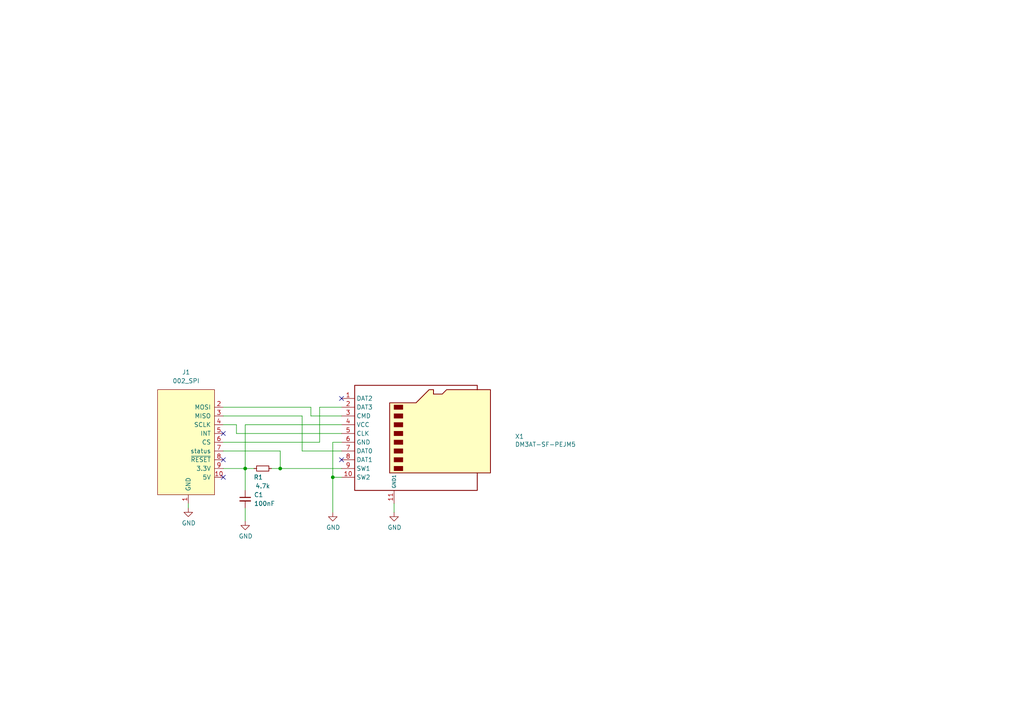
<source format=kicad_sch>
(kicad_sch (version 20211123) (generator eeschema)

  (uuid 7f3eb118-a20c-4239-b800-c9211c66847d)

  (paper "A4")

  (lib_symbols
    (symbol "Device:C_Small" (pin_numbers hide) (pin_names (offset 0.254) hide) (in_bom yes) (on_board yes)
      (property "Reference" "C" (id 0) (at 0.254 1.778 0)
        (effects (font (size 1.27 1.27)) (justify left))
      )
      (property "Value" "C_Small" (id 1) (at 0.254 -2.032 0)
        (effects (font (size 1.27 1.27)) (justify left))
      )
      (property "Footprint" "" (id 2) (at 0 0 0)
        (effects (font (size 1.27 1.27)) hide)
      )
      (property "Datasheet" "~" (id 3) (at 0 0 0)
        (effects (font (size 1.27 1.27)) hide)
      )
      (property "ki_keywords" "capacitor cap" (id 4) (at 0 0 0)
        (effects (font (size 1.27 1.27)) hide)
      )
      (property "ki_description" "Unpolarized capacitor, small symbol" (id 5) (at 0 0 0)
        (effects (font (size 1.27 1.27)) hide)
      )
      (property "ki_fp_filters" "C_*" (id 6) (at 0 0 0)
        (effects (font (size 1.27 1.27)) hide)
      )
      (symbol "C_Small_0_1"
        (polyline
          (pts
            (xy -1.524 -0.508)
            (xy 1.524 -0.508)
          )
          (stroke (width 0.3302) (type default) (color 0 0 0 0))
          (fill (type none))
        )
        (polyline
          (pts
            (xy -1.524 0.508)
            (xy 1.524 0.508)
          )
          (stroke (width 0.3048) (type default) (color 0 0 0 0))
          (fill (type none))
        )
      )
      (symbol "C_Small_1_1"
        (pin passive line (at 0 2.54 270) (length 2.032)
          (name "~" (effects (font (size 1.27 1.27))))
          (number "1" (effects (font (size 1.27 1.27))))
        )
        (pin passive line (at 0 -2.54 90) (length 2.032)
          (name "~" (effects (font (size 1.27 1.27))))
          (number "2" (effects (font (size 1.27 1.27))))
        )
      )
    )
    (symbol "Device:R_Small" (pin_numbers hide) (pin_names (offset 0.254) hide) (in_bom yes) (on_board yes)
      (property "Reference" "R" (id 0) (at 0.762 0.508 0)
        (effects (font (size 1.27 1.27)) (justify left))
      )
      (property "Value" "R_Small" (id 1) (at 0.762 -1.016 0)
        (effects (font (size 1.27 1.27)) (justify left))
      )
      (property "Footprint" "" (id 2) (at 0 0 0)
        (effects (font (size 1.27 1.27)) hide)
      )
      (property "Datasheet" "~" (id 3) (at 0 0 0)
        (effects (font (size 1.27 1.27)) hide)
      )
      (property "ki_keywords" "R resistor" (id 4) (at 0 0 0)
        (effects (font (size 1.27 1.27)) hide)
      )
      (property "ki_description" "Resistor, small symbol" (id 5) (at 0 0 0)
        (effects (font (size 1.27 1.27)) hide)
      )
      (property "ki_fp_filters" "R_*" (id 6) (at 0 0 0)
        (effects (font (size 1.27 1.27)) hide)
      )
      (symbol "R_Small_0_1"
        (rectangle (start -0.762 1.778) (end 0.762 -1.778)
          (stroke (width 0.2032) (type default) (color 0 0 0 0))
          (fill (type none))
        )
      )
      (symbol "R_Small_1_1"
        (pin passive line (at 0 2.54 270) (length 0.762)
          (name "~" (effects (font (size 1.27 1.27))))
          (number "1" (effects (font (size 1.27 1.27))))
        )
        (pin passive line (at 0 -2.54 90) (length 0.762)
          (name "~" (effects (font (size 1.27 1.27))))
          (number "2" (effects (font (size 1.27 1.27))))
        )
      )
    )
    (symbol "parts:PJS008-2130-DCB" (in_bom yes) (on_board yes)
      (property "Reference" "U" (id 0) (at -10.16 -35.56 0)
        (effects (font (size 1.27 1.27)))
      )
      (property "Value" "PJS008-2130-DCB" (id 1) (at -10.16 -35.56 0)
        (effects (font (size 1.27 1.27)))
      )
      (property "Footprint" "" (id 2) (at -10.16 -35.56 0)
        (effects (font (size 1.27 1.27)) hide)
      )
      (property "Datasheet" "" (id 3) (at -10.16 -35.56 0)
        (effects (font (size 1.27 1.27)) hide)
      )
      (symbol "PJS008-2130-DCB_1_1"
        (rectangle (start -8.89 -9.525) (end -6.35 -10.795)
          (stroke (width 0) (type default) (color 0 0 0 0))
          (fill (type outline))
        )
        (rectangle (start -8.89 -6.985) (end -6.35 -8.255)
          (stroke (width 0) (type default) (color 0 0 0 0))
          (fill (type outline))
        )
        (rectangle (start -8.89 -4.445) (end -6.35 -5.715)
          (stroke (width 0) (type default) (color 0 0 0 0))
          (fill (type outline))
        )
        (rectangle (start -8.89 -1.905) (end -6.35 -3.175)
          (stroke (width 0) (type default) (color 0 0 0 0))
          (fill (type outline))
        )
        (rectangle (start -8.89 0.635) (end -6.35 -0.635)
          (stroke (width 0) (type default) (color 0 0 0 0))
          (fill (type outline))
        )
        (rectangle (start -8.89 3.175) (end -6.35 1.905)
          (stroke (width 0) (type default) (color 0 0 0 0))
          (fill (type outline))
        )
        (rectangle (start -8.89 5.715) (end -6.35 4.445)
          (stroke (width 0) (type default) (color 0 0 0 0))
          (fill (type outline))
        )
        (rectangle (start -8.89 8.255) (end -6.35 6.985)
          (stroke (width 0) (type default) (color 0 0 0 0))
          (fill (type outline))
        )
        (polyline
          (pts
            (xy 15.24 12.7)
            (xy 15.24 13.97)
            (xy -20.32 13.97)
            (xy -20.32 -16.51)
            (xy 15.24 -16.51)
            (xy 15.24 -11.43)
          )
          (stroke (width 0.254) (type default) (color 0 0 0 0))
          (fill (type none))
        )
        (polyline
          (pts
            (xy -10.16 -11.43)
            (xy -10.16 8.89)
            (xy -2.54 8.89)
            (xy 1.27 12.7)
            (xy 2.54 12.7)
            (xy 2.54 11.43)
            (xy 5.08 11.43)
            (xy 6.35 12.7)
            (xy 19.05 12.7)
            (xy 19.05 -11.43)
            (xy -10.16 -11.43)
          )
          (stroke (width 0.254) (type default) (color 0 0 0 0))
          (fill (type background))
        )
        (pin bidirectional line (at -24.13 10.16 0) (length 3.81)
          (name "DAT2" (effects (font (size 1.27 1.27))))
          (number "1" (effects (font (size 1.27 1.27))))
        )
        (pin input line (at -24.13 -12.7 0) (length 3.81)
          (name "SW2" (effects (font (size 1.27 1.27))))
          (number "10" (effects (font (size 1.27 1.27))))
        )
        (pin power_in line (at -8.89 -20.32 90) (length 3.81)
          (name "GND1" (effects (font (size 0.9906 0.9906))))
          (number "11" (effects (font (size 1.27 1.27))))
        )
        (pin bidirectional line (at -24.13 7.62 0) (length 3.81)
          (name "DAT3" (effects (font (size 1.27 1.27))))
          (number "2" (effects (font (size 1.27 1.27))))
        )
        (pin input line (at -24.13 5.08 0) (length 3.81)
          (name "CMD" (effects (font (size 1.27 1.27))))
          (number "3" (effects (font (size 1.27 1.27))))
        )
        (pin power_in line (at -24.13 2.54 0) (length 3.81)
          (name "VCC" (effects (font (size 1.27 1.27))))
          (number "4" (effects (font (size 1.27 1.27))))
        )
        (pin input line (at -24.13 0 0) (length 3.81)
          (name "CLK" (effects (font (size 1.27 1.27))))
          (number "5" (effects (font (size 1.27 1.27))))
        )
        (pin power_in line (at -24.13 -2.54 0) (length 3.81)
          (name "GND" (effects (font (size 1.27 1.27))))
          (number "6" (effects (font (size 1.27 1.27))))
        )
        (pin input line (at -24.13 -5.08 0) (length 3.81)
          (name "DAT0" (effects (font (size 1.27 1.27))))
          (number "7" (effects (font (size 1.27 1.27))))
        )
        (pin input line (at -24.13 -7.62 0) (length 3.81)
          (name "DAT1" (effects (font (size 1.27 1.27))))
          (number "8" (effects (font (size 1.27 1.27))))
        )
        (pin input line (at -24.13 -10.16 0) (length 3.81)
          (name "SW1" (effects (font (size 1.27 1.27))))
          (number "9" (effects (font (size 1.27 1.27))))
        )
      )
    )
    (symbol "power:GND" (power) (pin_names (offset 0)) (in_bom yes) (on_board yes)
      (property "Reference" "#PWR" (id 0) (at 0 -6.35 0)
        (effects (font (size 1.27 1.27)) hide)
      )
      (property "Value" "GND" (id 1) (at 0 -3.81 0)
        (effects (font (size 1.27 1.27)))
      )
      (property "Footprint" "" (id 2) (at 0 0 0)
        (effects (font (size 1.27 1.27)) hide)
      )
      (property "Datasheet" "" (id 3) (at 0 0 0)
        (effects (font (size 1.27 1.27)) hide)
      )
      (property "ki_keywords" "power-flag" (id 4) (at 0 0 0)
        (effects (font (size 1.27 1.27)) hide)
      )
      (property "ki_description" "Power symbol creates a global label with name \"GND\" , ground" (id 5) (at 0 0 0)
        (effects (font (size 1.27 1.27)) hide)
      )
      (symbol "GND_0_1"
        (polyline
          (pts
            (xy 0 0)
            (xy 0 -1.27)
            (xy 1.27 -1.27)
            (xy 0 -2.54)
            (xy -1.27 -1.27)
            (xy 0 -1.27)
          )
          (stroke (width 0) (type default) (color 0 0 0 0))
          (fill (type none))
        )
      )
      (symbol "GND_1_1"
        (pin power_in line (at 0 0 270) (length 0) hide
          (name "GND" (effects (font (size 1.27 1.27))))
          (number "1" (effects (font (size 1.27 1.27))))
        )
      )
    )
    (symbol "put_on_edge:002_SPI" (pin_names (offset 1.016)) (in_bom yes) (on_board yes)
      (property "Reference" "J" (id 0) (at -1.27 13.97 0)
        (effects (font (size 1.27 1.27)))
      )
      (property "Value" "002_SPI" (id 1) (at 10.16 13.97 0)
        (effects (font (size 1.27 1.27)))
      )
      (property "Footprint" "" (id 2) (at 8.89 16.51 0)
        (effects (font (size 1.27 1.27)) hide)
      )
      (property "Datasheet" "" (id 3) (at 8.89 16.51 0)
        (effects (font (size 1.27 1.27)) hide)
      )
      (symbol "002_SPI_0_1"
        (rectangle (start -7.62 12.7) (end 8.89 -17.78)
          (stroke (width 0) (type default) (color 0 0 0 0))
          (fill (type background))
        )
      )
      (symbol "002_SPI_1_1"
        (pin power_in line (at 0 -20.32 90) (length 2.54)
          (name "GND" (effects (font (size 1.27 1.27))))
          (number "1" (effects (font (size 1.27 1.27))))
        )
        (pin power_in line (at -10.16 -12.7 0) (length 2.54)
          (name "5V" (effects (font (size 1.27 1.27))))
          (number "10" (effects (font (size 1.27 1.27))))
        )
        (pin bidirectional line (at -10.16 7.62 0) (length 2.54)
          (name "MOSI" (effects (font (size 1.27 1.27))))
          (number "2" (effects (font (size 1.27 1.27))))
        )
        (pin bidirectional line (at -10.16 5.08 0) (length 2.54)
          (name "MISO" (effects (font (size 1.27 1.27))))
          (number "3" (effects (font (size 1.27 1.27))))
        )
        (pin bidirectional line (at -10.16 2.54 0) (length 2.54)
          (name "SCLK" (effects (font (size 1.27 1.27))))
          (number "4" (effects (font (size 1.27 1.27))))
        )
        (pin bidirectional line (at -10.16 0 0) (length 2.54)
          (name "INT" (effects (font (size 1.27 1.27))))
          (number "5" (effects (font (size 1.27 1.27))))
        )
        (pin bidirectional line (at -10.16 -2.54 0) (length 2.54)
          (name "CS" (effects (font (size 1.27 1.27))))
          (number "6" (effects (font (size 1.27 1.27))))
        )
        (pin bidirectional line (at -10.16 -5.08 0) (length 2.54)
          (name "status" (effects (font (size 1.27 1.27))))
          (number "7" (effects (font (size 1.27 1.27))))
        )
        (pin bidirectional line (at -10.16 -7.62 0) (length 2.54)
          (name "~{RESET}" (effects (font (size 1.27 1.27))))
          (number "8" (effects (font (size 1.27 1.27))))
        )
        (pin power_in line (at -10.16 -10.16 0) (length 2.54)
          (name "3.3V" (effects (font (size 1.27 1.27))))
          (number "9" (effects (font (size 1.27 1.27))))
        )
      )
    )
  )

  (junction (at 71.12 135.89) (diameter 0) (color 0 0 0 0)
    (uuid 27ecf479-3add-4048-9299-919b5652c4a3)
  )
  (junction (at 81.28 135.89) (diameter 0) (color 0 0 0 0)
    (uuid f533dd45-18b3-440f-9c45-78b7b7cf68b7)
  )
  (junction (at 96.52 138.43) (diameter 0) (color 0 0 0 0)
    (uuid f6368c2c-cc80-4aa4-abec-5e607dd74149)
  )

  (no_connect (at 99.06 115.57) (uuid 3c31e35f-8bc4-429b-92b9-db3e4c2f76ee))
  (no_connect (at 64.77 133.35) (uuid 824b11a1-832f-4f25-a8ea-7acd5e6a6742))
  (no_connect (at 64.77 138.43) (uuid 8778d971-a248-4e83-a841-03bd6e313cc8))
  (no_connect (at 99.06 133.35) (uuid ebad7768-b6b7-411a-a2b3-8c5be3ceb255))
  (no_connect (at 64.77 125.73) (uuid f3aa32b3-bd0f-441d-bfcf-98869d8d95df))

  (wire (pts (xy 96.52 138.43) (xy 99.06 138.43))
    (stroke (width 0) (type default) (color 0 0 0 0))
    (uuid 0252f1ab-3d0e-4e9b-86df-41ec7b35a722)
  )
  (wire (pts (xy 99.06 125.73) (xy 68.58 125.73))
    (stroke (width 0) (type default) (color 0 0 0 0))
    (uuid 0304ea8f-ce3a-4785-af94-dfb4c9177a12)
  )
  (wire (pts (xy 64.77 135.89) (xy 71.12 135.89))
    (stroke (width 0) (type default) (color 0 0 0 0))
    (uuid 03211e2f-a8e0-4d5b-a8e3-0cbd372d4bb9)
  )
  (wire (pts (xy 96.52 148.59) (xy 96.52 138.43))
    (stroke (width 0) (type default) (color 0 0 0 0))
    (uuid 176089ec-9db9-47ef-90c2-fc33e4e5d1e8)
  )
  (wire (pts (xy 64.77 130.81) (xy 81.28 130.81))
    (stroke (width 0) (type default) (color 0 0 0 0))
    (uuid 1aae3e2e-6642-41ff-99b5-271c7082dca9)
  )
  (wire (pts (xy 68.58 125.73) (xy 68.58 123.19))
    (stroke (width 0) (type default) (color 0 0 0 0))
    (uuid 34a35897-b64b-4c4e-a95d-49b6f5a9cce0)
  )
  (wire (pts (xy 90.17 118.11) (xy 64.77 118.11))
    (stroke (width 0) (type default) (color 0 0 0 0))
    (uuid 47d18388-5668-448d-93f4-b37e73b6fbe9)
  )
  (wire (pts (xy 81.28 135.89) (xy 99.06 135.89))
    (stroke (width 0) (type default) (color 0 0 0 0))
    (uuid 550157d5-9e6f-4840-8143-d6361abd8b66)
  )
  (wire (pts (xy 71.12 123.19) (xy 71.12 135.89))
    (stroke (width 0) (type default) (color 0 0 0 0))
    (uuid 65d2b04c-7df8-45f4-b0f8-c74a63d55843)
  )
  (wire (pts (xy 92.71 128.27) (xy 92.71 118.11))
    (stroke (width 0) (type default) (color 0 0 0 0))
    (uuid 7c9f6b6f-ebef-4df6-95e6-f46627788d80)
  )
  (wire (pts (xy 81.28 130.81) (xy 81.28 135.89))
    (stroke (width 0) (type default) (color 0 0 0 0))
    (uuid 7f8353c9-23c8-4f68-801d-f0d5fafd8760)
  )
  (wire (pts (xy 96.52 128.27) (xy 96.52 138.43))
    (stroke (width 0) (type default) (color 0 0 0 0))
    (uuid 808e7b8f-1db5-4e09-b10a-86ec8af052bf)
  )
  (wire (pts (xy 71.12 135.89) (xy 71.12 142.24))
    (stroke (width 0) (type default) (color 0 0 0 0))
    (uuid 8a7baec5-b348-40e7-b697-9585fa5f4e29)
  )
  (wire (pts (xy 54.61 146.05) (xy 54.61 147.32))
    (stroke (width 0) (type default) (color 0 0 0 0))
    (uuid 945870cf-02a6-46b3-9219-2ce4e2e85e5e)
  )
  (wire (pts (xy 64.77 128.27) (xy 92.71 128.27))
    (stroke (width 0) (type default) (color 0 0 0 0))
    (uuid 95695967-a9b1-419c-9e55-b0aa8d403b33)
  )
  (wire (pts (xy 68.58 123.19) (xy 64.77 123.19))
    (stroke (width 0) (type default) (color 0 0 0 0))
    (uuid 99fcc508-36e4-41f0-abdf-59767522b6bc)
  )
  (wire (pts (xy 99.06 120.65) (xy 90.17 120.65))
    (stroke (width 0) (type default) (color 0 0 0 0))
    (uuid a9a1f7dd-c2af-4460-be0c-bf166ead2443)
  )
  (wire (pts (xy 78.74 135.89) (xy 81.28 135.89))
    (stroke (width 0) (type default) (color 0 0 0 0))
    (uuid ae05072f-e0df-4ada-8195-3f5839e8a8c7)
  )
  (wire (pts (xy 114.3 146.05) (xy 114.3 148.59))
    (stroke (width 0) (type default) (color 0 0 0 0))
    (uuid b78b704c-9e05-429e-b520-747fd6998627)
  )
  (wire (pts (xy 99.06 123.19) (xy 71.12 123.19))
    (stroke (width 0) (type default) (color 0 0 0 0))
    (uuid ba957690-65c7-4a8d-9533-df6cdb55ad22)
  )
  (wire (pts (xy 92.71 118.11) (xy 99.06 118.11))
    (stroke (width 0) (type default) (color 0 0 0 0))
    (uuid be0c8daa-f7ac-4e0c-9a51-137de62929c2)
  )
  (wire (pts (xy 71.12 147.32) (xy 71.12 151.13))
    (stroke (width 0) (type default) (color 0 0 0 0))
    (uuid c10c215f-d1b4-4d14-b305-b466a2f3de9d)
  )
  (wire (pts (xy 64.77 120.65) (xy 87.63 120.65))
    (stroke (width 0) (type default) (color 0 0 0 0))
    (uuid c67508d9-fd53-4680-8470-aec8d76de3f1)
  )
  (wire (pts (xy 71.12 135.89) (xy 73.66 135.89))
    (stroke (width 0) (type default) (color 0 0 0 0))
    (uuid c7b27eb3-6ed9-46cc-9896-7d36fde47e20)
  )
  (wire (pts (xy 90.17 120.65) (xy 90.17 118.11))
    (stroke (width 0) (type default) (color 0 0 0 0))
    (uuid c7d3b033-3a22-4b97-8037-3ac404e32f36)
  )
  (wire (pts (xy 99.06 128.27) (xy 96.52 128.27))
    (stroke (width 0) (type default) (color 0 0 0 0))
    (uuid cc68421c-7c45-4828-9090-2bc3a5fd6ab2)
  )
  (wire (pts (xy 87.63 130.81) (xy 99.06 130.81))
    (stroke (width 0) (type default) (color 0 0 0 0))
    (uuid d65d0160-a41e-4f12-bcf2-a116e189b565)
  )
  (wire (pts (xy 87.63 120.65) (xy 87.63 130.81))
    (stroke (width 0) (type default) (color 0 0 0 0))
    (uuid fbed3142-15c8-4bb8-af09-11646b0db1eb)
  )

  (symbol (lib_id "power:GND") (at 54.61 147.32 0) (unit 1)
    (in_bom yes) (on_board yes)
    (uuid 00000000-0000-0000-0000-00006044056a)
    (property "Reference" "#PWR0101" (id 0) (at 54.61 153.67 0)
      (effects (font (size 1.27 1.27)) hide)
    )
    (property "Value" "GND" (id 1) (at 54.737 151.7142 0))
    (property "Footprint" "" (id 2) (at 54.61 147.32 0)
      (effects (font (size 1.27 1.27)) hide)
    )
    (property "Datasheet" "" (id 3) (at 54.61 147.32 0)
      (effects (font (size 1.27 1.27)) hide)
    )
    (pin "1" (uuid f345e52a-8e0a-425a-b438-90809dd3b799))
  )

  (symbol (lib_id "power:GND") (at 114.3 148.59 0) (unit 1)
    (in_bom yes) (on_board yes)
    (uuid 00000000-0000-0000-0000-000060afd3a9)
    (property "Reference" "#PWR0102" (id 0) (at 114.3 154.94 0)
      (effects (font (size 1.27 1.27)) hide)
    )
    (property "Value" "GND" (id 1) (at 114.427 152.9842 0))
    (property "Footprint" "" (id 2) (at 114.3 148.59 0)
      (effects (font (size 1.27 1.27)) hide)
    )
    (property "Datasheet" "" (id 3) (at 114.3 148.59 0)
      (effects (font (size 1.27 1.27)) hide)
    )
    (pin "1" (uuid 14094ad2-b562-4efa-8c6f-51d7a3134345))
  )

  (symbol (lib_id "Device:R_Small") (at 76.2 135.89 90) (unit 1)
    (in_bom yes) (on_board yes)
    (uuid 2a08fe61-cf78-4f0c-8573-74007aa7ca70)
    (property "Reference" "R1" (id 0) (at 74.93 138.43 90))
    (property "Value" "4.7k" (id 1) (at 76.2 140.97 90))
    (property "Footprint" "Resistor_SMD:R_0603_1608Metric" (id 2) (at 76.2 135.89 0)
      (effects (font (size 1.27 1.27)) hide)
    )
    (property "Datasheet" "~" (id 3) (at 76.2 135.89 0)
      (effects (font (size 1.27 1.27)) hide)
    )
    (pin "1" (uuid 6f14125c-01d2-44ca-aed0-7cfce757a92c))
    (pin "2" (uuid 052c6dc3-ce74-4f9e-937e-d04249ac699e))
  )

  (symbol (lib_id "power:GND") (at 96.52 148.59 0) (unit 1)
    (in_bom yes) (on_board yes)
    (uuid 5de5cc96-1e7d-4cb3-b76c-b03f6f96b02f)
    (property "Reference" "#PWR0104" (id 0) (at 96.52 154.94 0)
      (effects (font (size 1.27 1.27)) hide)
    )
    (property "Value" "GND" (id 1) (at 96.647 152.9842 0))
    (property "Footprint" "" (id 2) (at 96.52 148.59 0)
      (effects (font (size 1.27 1.27)) hide)
    )
    (property "Datasheet" "" (id 3) (at 96.52 148.59 0)
      (effects (font (size 1.27 1.27)) hide)
    )
    (pin "1" (uuid 8fe1f7d8-7b60-4c3c-8466-00d3c3ddd034))
  )

  (symbol (lib_id "power:GND") (at 71.12 151.13 0) (unit 1)
    (in_bom yes) (on_board yes)
    (uuid 7dff0a7f-556e-41c4-a1f8-c1ec48cc50f5)
    (property "Reference" "#PWR0103" (id 0) (at 71.12 157.48 0)
      (effects (font (size 1.27 1.27)) hide)
    )
    (property "Value" "GND" (id 1) (at 71.247 155.5242 0))
    (property "Footprint" "" (id 2) (at 71.12 151.13 0)
      (effects (font (size 1.27 1.27)) hide)
    )
    (property "Datasheet" "" (id 3) (at 71.12 151.13 0)
      (effects (font (size 1.27 1.27)) hide)
    )
    (pin "1" (uuid 24ce56d2-8f8f-47ef-9cdc-5ff096248fea))
  )

  (symbol (lib_id "put_on_edge:002_SPI") (at 54.61 125.73 0) (mirror y) (unit 1)
    (in_bom yes) (on_board yes) (fields_autoplaced)
    (uuid 936196fd-65fc-4953-b5b4-a48bd8e741ea)
    (property "Reference" "J1" (id 0) (at 53.975 107.95 0))
    (property "Value" "002_SPI" (id 1) (at 53.975 110.49 0))
    (property "Footprint" "on_edge:on_edge_2x05_device" (id 2) (at 45.72 109.22 0)
      (effects (font (size 1.27 1.27)) hide)
    )
    (property "Datasheet" "" (id 3) (at 45.72 109.22 0)
      (effects (font (size 1.27 1.27)) hide)
    )
    (pin "1" (uuid a79b5fec-0dce-47d8-811f-f5a03515bae9))
    (pin "10" (uuid e123b861-fe00-4651-9f11-ca58f60a0cb4))
    (pin "2" (uuid 759d26fa-e621-4df2-ae95-b8c68393eee8))
    (pin "3" (uuid 3b57b222-d0dd-4c09-9b11-d43523f220ef))
    (pin "4" (uuid 7576241c-8be8-42c9-bd05-671c0ea68f1a))
    (pin "5" (uuid 37fb3a98-ec22-45e2-a80f-c3e754c77281))
    (pin "6" (uuid c0baf6cd-8272-4289-89d1-90a531e3cef9))
    (pin "7" (uuid 1f559263-a71a-4414-aebd-83e83f3f38a0))
    (pin "8" (uuid 89b02024-1874-477d-9710-3cac0c819648))
    (pin "9" (uuid aa49e4a4-799b-43df-8eab-737f184a532a))
  )

  (symbol (lib_id "parts:PJS008-2130-DCB") (at 123.19 125.73 0) (unit 1)
    (in_bom yes) (on_board yes)
    (uuid d197f42a-c63c-4c6f-a644-56ff9ec261bc)
    (property "Reference" "X1" (id 0) (at 149.352 126.5936 0)
      (effects (font (size 1.27 1.27)) (justify left))
    )
    (property "Value" "DM3AT-SF-PEJM5" (id 1) (at 149.352 128.905 0)
      (effects (font (size 1.27 1.27)) (justify left))
    )
    (property "Footprint" "parts:microSD_HC_Hirose_DM3AT-SF-PEJM5" (id 2) (at 113.03 161.29 0)
      (effects (font (size 1.27 1.27)) hide)
    )
    (property "Datasheet" "" (id 3) (at 113.03 161.29 0)
      (effects (font (size 1.27 1.27)) hide)
    )
    (property "Digikey" "HR1964CT-ND" (id 4) (at 123.19 125.73 0)
      (effects (font (size 1.27 1.27)) hide)
    )
    (property "MPN" "DM3AT-SF-PEJM5" (id 5) (at 123.19 125.73 0)
      (effects (font (size 1.27 1.27)) hide)
    )
    (pin "1" (uuid 12800c1b-ecd6-43ce-a539-b8067f81ff84))
    (pin "10" (uuid ecb75ba9-e705-4802-8be2-f92190a2d541))
    (pin "11" (uuid d1bd2de6-2f50-49ee-ad45-1e76e8d12331))
    (pin "2" (uuid 147b35c5-9a0d-45a2-b804-acb002a7dbfd))
    (pin "3" (uuid 94ca2f17-5d21-47f7-9dda-b72051d365f4))
    (pin "4" (uuid c8702e28-9670-49d4-a108-528e224cbadf))
    (pin "5" (uuid e634a4c9-3298-4a5b-aff6-e2e8a66d2a7c))
    (pin "6" (uuid 0080a9f6-8a48-4eed-85b3-24030743568b))
    (pin "7" (uuid 4d4f6528-ef34-436f-a520-1095627d7176))
    (pin "8" (uuid e2f0c330-9d87-499f-a7a1-700a94d9a4dc))
    (pin "9" (uuid 4be9824f-7460-4563-b83e-6a2d2a302942))
  )

  (symbol (lib_id "Device:C_Small") (at 71.12 144.78 0) (unit 1)
    (in_bom yes) (on_board yes) (fields_autoplaced)
    (uuid e29b13e0-db2e-4d2b-bbc1-ba983f9b4664)
    (property "Reference" "C1" (id 0) (at 73.66 143.5162 0)
      (effects (font (size 1.27 1.27)) (justify left))
    )
    (property "Value" "100nF" (id 1) (at 73.66 146.0562 0)
      (effects (font (size 1.27 1.27)) (justify left))
    )
    (property "Footprint" "Capacitor_SMD:C_0603_1608Metric" (id 2) (at 71.12 144.78 0)
      (effects (font (size 1.27 1.27)) hide)
    )
    (property "Datasheet" "~" (id 3) (at 71.12 144.78 0)
      (effects (font (size 1.27 1.27)) hide)
    )
    (pin "1" (uuid 42673082-f588-4591-adbe-d60bbbb9e661))
    (pin "2" (uuid 9b42744b-3d0f-4ea2-8fdf-adbe70f35a2b))
  )

  (sheet_instances
    (path "/" (page "1"))
  )

  (symbol_instances
    (path "/00000000-0000-0000-0000-00006044056a"
      (reference "#PWR0101") (unit 1) (value "GND") (footprint "")
    )
    (path "/00000000-0000-0000-0000-000060afd3a9"
      (reference "#PWR0102") (unit 1) (value "GND") (footprint "")
    )
    (path "/7dff0a7f-556e-41c4-a1f8-c1ec48cc50f5"
      (reference "#PWR0103") (unit 1) (value "GND") (footprint "")
    )
    (path "/5de5cc96-1e7d-4cb3-b76c-b03f6f96b02f"
      (reference "#PWR0104") (unit 1) (value "GND") (footprint "")
    )
    (path "/e29b13e0-db2e-4d2b-bbc1-ba983f9b4664"
      (reference "C1") (unit 1) (value "100nF") (footprint "Capacitor_SMD:C_0603_1608Metric")
    )
    (path "/936196fd-65fc-4953-b5b4-a48bd8e741ea"
      (reference "J1") (unit 1) (value "002_SPI") (footprint "on_edge:on_edge_2x05_device")
    )
    (path "/2a08fe61-cf78-4f0c-8573-74007aa7ca70"
      (reference "R1") (unit 1) (value "4.7k") (footprint "Resistor_SMD:R_0603_1608Metric")
    )
    (path "/d197f42a-c63c-4c6f-a644-56ff9ec261bc"
      (reference "X1") (unit 1) (value "DM3AT-SF-PEJM5") (footprint "parts:microSD_HC_Hirose_DM3AT-SF-PEJM5")
    )
  )
)

</source>
